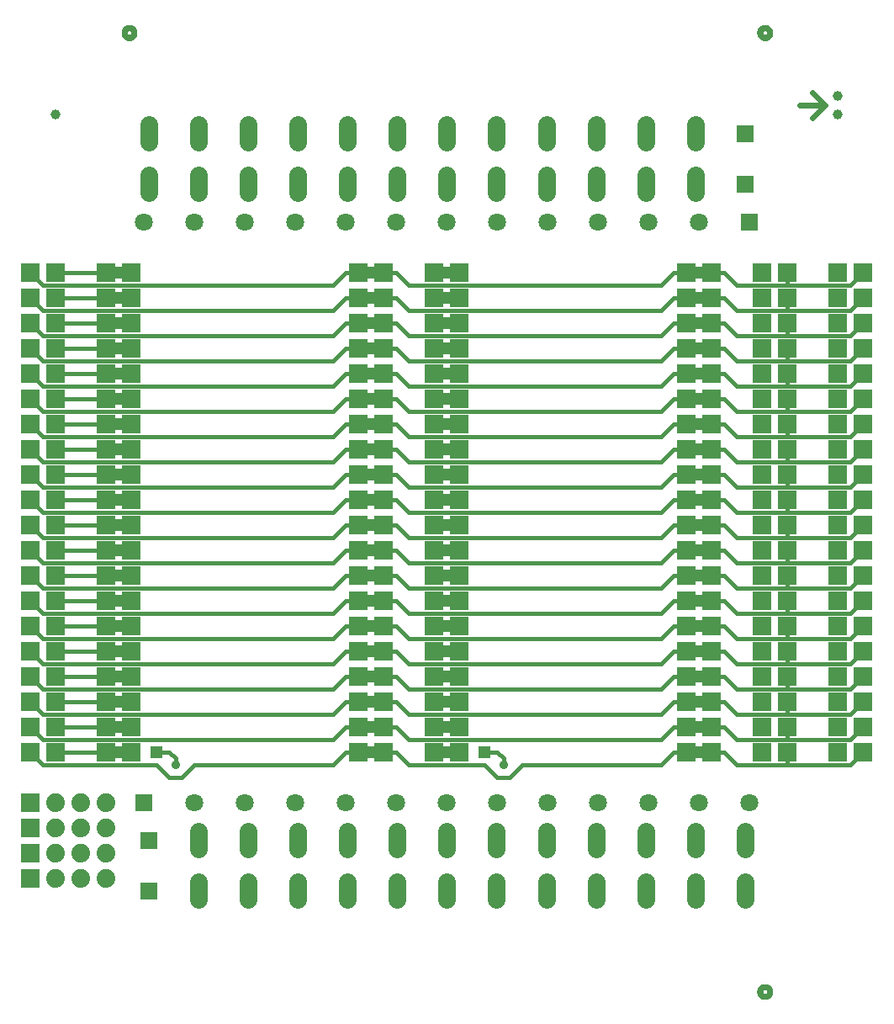
<source format=gtl>
G75*
%MOIN*%
%OFA0B0*%
%FSLAX25Y25*%
%IPPOS*%
%LPD*%
%AMOC8*
5,1,8,0,0,1.08239X$1,22.5*
%
%ADD10C,0.02400*%
%ADD11C,0.03937*%
%ADD12R,0.15000X0.05000*%
%ADD13R,0.05000X0.05000*%
%ADD14R,0.07400X0.07400*%
%ADD15C,0.07087*%
%ADD16R,0.07087X0.07087*%
%ADD17C,0.07087*%
%ADD18C,0.07400*%
%ADD19C,0.01600*%
%ADD20C,0.03543*%
D10*
X0307765Y0008690D02*
X0307767Y0008778D01*
X0307773Y0008866D01*
X0307783Y0008954D01*
X0307797Y0009042D01*
X0307814Y0009128D01*
X0307836Y0009214D01*
X0307861Y0009298D01*
X0307891Y0009382D01*
X0307923Y0009464D01*
X0307960Y0009544D01*
X0308000Y0009623D01*
X0308044Y0009700D01*
X0308091Y0009775D01*
X0308141Y0009847D01*
X0308195Y0009918D01*
X0308251Y0009985D01*
X0308311Y0010051D01*
X0308373Y0010113D01*
X0308439Y0010173D01*
X0308506Y0010229D01*
X0308577Y0010283D01*
X0308649Y0010333D01*
X0308724Y0010380D01*
X0308801Y0010424D01*
X0308880Y0010464D01*
X0308960Y0010501D01*
X0309042Y0010533D01*
X0309126Y0010563D01*
X0309210Y0010588D01*
X0309296Y0010610D01*
X0309382Y0010627D01*
X0309470Y0010641D01*
X0309558Y0010651D01*
X0309646Y0010657D01*
X0309734Y0010659D01*
X0309822Y0010657D01*
X0309910Y0010651D01*
X0309998Y0010641D01*
X0310086Y0010627D01*
X0310172Y0010610D01*
X0310258Y0010588D01*
X0310342Y0010563D01*
X0310426Y0010533D01*
X0310508Y0010501D01*
X0310588Y0010464D01*
X0310667Y0010424D01*
X0310744Y0010380D01*
X0310819Y0010333D01*
X0310891Y0010283D01*
X0310962Y0010229D01*
X0311029Y0010173D01*
X0311095Y0010113D01*
X0311157Y0010051D01*
X0311217Y0009985D01*
X0311273Y0009918D01*
X0311327Y0009847D01*
X0311377Y0009775D01*
X0311424Y0009700D01*
X0311468Y0009623D01*
X0311508Y0009544D01*
X0311545Y0009464D01*
X0311577Y0009382D01*
X0311607Y0009298D01*
X0311632Y0009214D01*
X0311654Y0009128D01*
X0311671Y0009042D01*
X0311685Y0008954D01*
X0311695Y0008866D01*
X0311701Y0008778D01*
X0311703Y0008690D01*
X0311701Y0008602D01*
X0311695Y0008514D01*
X0311685Y0008426D01*
X0311671Y0008338D01*
X0311654Y0008252D01*
X0311632Y0008166D01*
X0311607Y0008082D01*
X0311577Y0007998D01*
X0311545Y0007916D01*
X0311508Y0007836D01*
X0311468Y0007757D01*
X0311424Y0007680D01*
X0311377Y0007605D01*
X0311327Y0007533D01*
X0311273Y0007462D01*
X0311217Y0007395D01*
X0311157Y0007329D01*
X0311095Y0007267D01*
X0311029Y0007207D01*
X0310962Y0007151D01*
X0310891Y0007097D01*
X0310819Y0007047D01*
X0310744Y0007000D01*
X0310667Y0006956D01*
X0310588Y0006916D01*
X0310508Y0006879D01*
X0310426Y0006847D01*
X0310342Y0006817D01*
X0310258Y0006792D01*
X0310172Y0006770D01*
X0310086Y0006753D01*
X0309998Y0006739D01*
X0309910Y0006729D01*
X0309822Y0006723D01*
X0309734Y0006721D01*
X0309646Y0006723D01*
X0309558Y0006729D01*
X0309470Y0006739D01*
X0309382Y0006753D01*
X0309296Y0006770D01*
X0309210Y0006792D01*
X0309126Y0006817D01*
X0309042Y0006847D01*
X0308960Y0006879D01*
X0308880Y0006916D01*
X0308801Y0006956D01*
X0308724Y0007000D01*
X0308649Y0007047D01*
X0308577Y0007097D01*
X0308506Y0007151D01*
X0308439Y0007207D01*
X0308373Y0007267D01*
X0308311Y0007329D01*
X0308251Y0007395D01*
X0308195Y0007462D01*
X0308141Y0007533D01*
X0308091Y0007605D01*
X0308044Y0007680D01*
X0308000Y0007757D01*
X0307960Y0007836D01*
X0307923Y0007916D01*
X0307891Y0007998D01*
X0307861Y0008082D01*
X0307836Y0008166D01*
X0307814Y0008252D01*
X0307797Y0008338D01*
X0307783Y0008426D01*
X0307773Y0008514D01*
X0307767Y0008602D01*
X0307765Y0008690D01*
X0328750Y0354900D02*
X0333750Y0359900D01*
X0328750Y0364900D01*
X0323750Y0359900D02*
X0333750Y0359900D01*
X0307765Y0388611D02*
X0307767Y0388699D01*
X0307773Y0388787D01*
X0307783Y0388875D01*
X0307797Y0388963D01*
X0307814Y0389049D01*
X0307836Y0389135D01*
X0307861Y0389219D01*
X0307891Y0389303D01*
X0307923Y0389385D01*
X0307960Y0389465D01*
X0308000Y0389544D01*
X0308044Y0389621D01*
X0308091Y0389696D01*
X0308141Y0389768D01*
X0308195Y0389839D01*
X0308251Y0389906D01*
X0308311Y0389972D01*
X0308373Y0390034D01*
X0308439Y0390094D01*
X0308506Y0390150D01*
X0308577Y0390204D01*
X0308649Y0390254D01*
X0308724Y0390301D01*
X0308801Y0390345D01*
X0308880Y0390385D01*
X0308960Y0390422D01*
X0309042Y0390454D01*
X0309126Y0390484D01*
X0309210Y0390509D01*
X0309296Y0390531D01*
X0309382Y0390548D01*
X0309470Y0390562D01*
X0309558Y0390572D01*
X0309646Y0390578D01*
X0309734Y0390580D01*
X0309822Y0390578D01*
X0309910Y0390572D01*
X0309998Y0390562D01*
X0310086Y0390548D01*
X0310172Y0390531D01*
X0310258Y0390509D01*
X0310342Y0390484D01*
X0310426Y0390454D01*
X0310508Y0390422D01*
X0310588Y0390385D01*
X0310667Y0390345D01*
X0310744Y0390301D01*
X0310819Y0390254D01*
X0310891Y0390204D01*
X0310962Y0390150D01*
X0311029Y0390094D01*
X0311095Y0390034D01*
X0311157Y0389972D01*
X0311217Y0389906D01*
X0311273Y0389839D01*
X0311327Y0389768D01*
X0311377Y0389696D01*
X0311424Y0389621D01*
X0311468Y0389544D01*
X0311508Y0389465D01*
X0311545Y0389385D01*
X0311577Y0389303D01*
X0311607Y0389219D01*
X0311632Y0389135D01*
X0311654Y0389049D01*
X0311671Y0388963D01*
X0311685Y0388875D01*
X0311695Y0388787D01*
X0311701Y0388699D01*
X0311703Y0388611D01*
X0311701Y0388523D01*
X0311695Y0388435D01*
X0311685Y0388347D01*
X0311671Y0388259D01*
X0311654Y0388173D01*
X0311632Y0388087D01*
X0311607Y0388003D01*
X0311577Y0387919D01*
X0311545Y0387837D01*
X0311508Y0387757D01*
X0311468Y0387678D01*
X0311424Y0387601D01*
X0311377Y0387526D01*
X0311327Y0387454D01*
X0311273Y0387383D01*
X0311217Y0387316D01*
X0311157Y0387250D01*
X0311095Y0387188D01*
X0311029Y0387128D01*
X0310962Y0387072D01*
X0310891Y0387018D01*
X0310819Y0386968D01*
X0310744Y0386921D01*
X0310667Y0386877D01*
X0310588Y0386837D01*
X0310508Y0386800D01*
X0310426Y0386768D01*
X0310342Y0386738D01*
X0310258Y0386713D01*
X0310172Y0386691D01*
X0310086Y0386674D01*
X0309998Y0386660D01*
X0309910Y0386650D01*
X0309822Y0386644D01*
X0309734Y0386642D01*
X0309646Y0386644D01*
X0309558Y0386650D01*
X0309470Y0386660D01*
X0309382Y0386674D01*
X0309296Y0386691D01*
X0309210Y0386713D01*
X0309126Y0386738D01*
X0309042Y0386768D01*
X0308960Y0386800D01*
X0308880Y0386837D01*
X0308801Y0386877D01*
X0308724Y0386921D01*
X0308649Y0386968D01*
X0308577Y0387018D01*
X0308506Y0387072D01*
X0308439Y0387128D01*
X0308373Y0387188D01*
X0308311Y0387250D01*
X0308251Y0387316D01*
X0308195Y0387383D01*
X0308141Y0387454D01*
X0308091Y0387526D01*
X0308044Y0387601D01*
X0308000Y0387678D01*
X0307960Y0387757D01*
X0307923Y0387837D01*
X0307891Y0387919D01*
X0307861Y0388003D01*
X0307836Y0388087D01*
X0307814Y0388173D01*
X0307797Y0388259D01*
X0307783Y0388347D01*
X0307773Y0388435D01*
X0307767Y0388523D01*
X0307765Y0388611D01*
X0055796Y0388611D02*
X0055798Y0388699D01*
X0055804Y0388787D01*
X0055814Y0388875D01*
X0055828Y0388963D01*
X0055845Y0389049D01*
X0055867Y0389135D01*
X0055892Y0389219D01*
X0055922Y0389303D01*
X0055954Y0389385D01*
X0055991Y0389465D01*
X0056031Y0389544D01*
X0056075Y0389621D01*
X0056122Y0389696D01*
X0056172Y0389768D01*
X0056226Y0389839D01*
X0056282Y0389906D01*
X0056342Y0389972D01*
X0056404Y0390034D01*
X0056470Y0390094D01*
X0056537Y0390150D01*
X0056608Y0390204D01*
X0056680Y0390254D01*
X0056755Y0390301D01*
X0056832Y0390345D01*
X0056911Y0390385D01*
X0056991Y0390422D01*
X0057073Y0390454D01*
X0057157Y0390484D01*
X0057241Y0390509D01*
X0057327Y0390531D01*
X0057413Y0390548D01*
X0057501Y0390562D01*
X0057589Y0390572D01*
X0057677Y0390578D01*
X0057765Y0390580D01*
X0057853Y0390578D01*
X0057941Y0390572D01*
X0058029Y0390562D01*
X0058117Y0390548D01*
X0058203Y0390531D01*
X0058289Y0390509D01*
X0058373Y0390484D01*
X0058457Y0390454D01*
X0058539Y0390422D01*
X0058619Y0390385D01*
X0058698Y0390345D01*
X0058775Y0390301D01*
X0058850Y0390254D01*
X0058922Y0390204D01*
X0058993Y0390150D01*
X0059060Y0390094D01*
X0059126Y0390034D01*
X0059188Y0389972D01*
X0059248Y0389906D01*
X0059304Y0389839D01*
X0059358Y0389768D01*
X0059408Y0389696D01*
X0059455Y0389621D01*
X0059499Y0389544D01*
X0059539Y0389465D01*
X0059576Y0389385D01*
X0059608Y0389303D01*
X0059638Y0389219D01*
X0059663Y0389135D01*
X0059685Y0389049D01*
X0059702Y0388963D01*
X0059716Y0388875D01*
X0059726Y0388787D01*
X0059732Y0388699D01*
X0059734Y0388611D01*
X0059732Y0388523D01*
X0059726Y0388435D01*
X0059716Y0388347D01*
X0059702Y0388259D01*
X0059685Y0388173D01*
X0059663Y0388087D01*
X0059638Y0388003D01*
X0059608Y0387919D01*
X0059576Y0387837D01*
X0059539Y0387757D01*
X0059499Y0387678D01*
X0059455Y0387601D01*
X0059408Y0387526D01*
X0059358Y0387454D01*
X0059304Y0387383D01*
X0059248Y0387316D01*
X0059188Y0387250D01*
X0059126Y0387188D01*
X0059060Y0387128D01*
X0058993Y0387072D01*
X0058922Y0387018D01*
X0058850Y0386968D01*
X0058775Y0386921D01*
X0058698Y0386877D01*
X0058619Y0386837D01*
X0058539Y0386800D01*
X0058457Y0386768D01*
X0058373Y0386738D01*
X0058289Y0386713D01*
X0058203Y0386691D01*
X0058117Y0386674D01*
X0058029Y0386660D01*
X0057941Y0386650D01*
X0057853Y0386644D01*
X0057765Y0386642D01*
X0057677Y0386644D01*
X0057589Y0386650D01*
X0057501Y0386660D01*
X0057413Y0386674D01*
X0057327Y0386691D01*
X0057241Y0386713D01*
X0057157Y0386738D01*
X0057073Y0386768D01*
X0056991Y0386800D01*
X0056911Y0386837D01*
X0056832Y0386877D01*
X0056755Y0386921D01*
X0056680Y0386968D01*
X0056608Y0387018D01*
X0056537Y0387072D01*
X0056470Y0387128D01*
X0056404Y0387188D01*
X0056342Y0387250D01*
X0056282Y0387316D01*
X0056226Y0387383D01*
X0056172Y0387454D01*
X0056122Y0387526D01*
X0056075Y0387601D01*
X0056031Y0387678D01*
X0055991Y0387757D01*
X0055954Y0387837D01*
X0055922Y0387919D01*
X0055892Y0388003D01*
X0055867Y0388087D01*
X0055845Y0388173D01*
X0055828Y0388259D01*
X0055814Y0388347D01*
X0055804Y0388435D01*
X0055798Y0388523D01*
X0055796Y0388611D01*
D11*
X0028750Y0356150D03*
X0338750Y0356150D03*
X0338750Y0363650D03*
D12*
X0283750Y0293650D03*
X0283750Y0283650D03*
X0283750Y0273650D03*
X0283750Y0263650D03*
X0283750Y0253650D03*
X0283750Y0243650D03*
X0283750Y0233650D03*
X0283750Y0223650D03*
X0283750Y0213650D03*
X0283750Y0203650D03*
X0283750Y0193650D03*
X0283750Y0183650D03*
X0283750Y0173650D03*
X0283750Y0163650D03*
X0283750Y0153650D03*
X0283750Y0143650D03*
X0283750Y0133650D03*
X0283750Y0123650D03*
X0283750Y0113650D03*
X0283750Y0103650D03*
X0183750Y0103650D03*
X0183750Y0113650D03*
X0183750Y0123650D03*
X0183750Y0133650D03*
X0183750Y0143650D03*
X0183750Y0153650D03*
X0183750Y0163650D03*
X0183750Y0173650D03*
X0183750Y0183650D03*
X0183750Y0193650D03*
X0183750Y0203650D03*
X0183750Y0213650D03*
X0183750Y0223650D03*
X0183750Y0233650D03*
X0183750Y0243650D03*
X0183750Y0253650D03*
X0183750Y0263650D03*
X0183750Y0273650D03*
X0183750Y0283650D03*
X0183750Y0293650D03*
X0153750Y0293650D03*
X0153750Y0283650D03*
X0153750Y0273650D03*
X0153750Y0263650D03*
X0153750Y0253650D03*
X0153750Y0243650D03*
X0153750Y0233650D03*
X0153750Y0223650D03*
X0153750Y0213650D03*
X0153750Y0203650D03*
X0153750Y0193650D03*
X0153750Y0183650D03*
X0153750Y0173650D03*
X0153750Y0163650D03*
X0153750Y0153650D03*
X0153750Y0143650D03*
X0153750Y0133650D03*
X0153750Y0123650D03*
X0153750Y0113650D03*
X0153750Y0103650D03*
X0053750Y0103650D03*
X0053750Y0113650D03*
X0053750Y0123650D03*
X0053750Y0133650D03*
X0053750Y0143650D03*
X0053750Y0153650D03*
X0053750Y0163650D03*
X0053750Y0173650D03*
X0053750Y0183650D03*
X0053750Y0193650D03*
X0053750Y0203650D03*
X0053750Y0213650D03*
X0053750Y0223650D03*
X0053750Y0233650D03*
X0053750Y0243650D03*
X0053750Y0253650D03*
X0053750Y0263650D03*
X0053750Y0273650D03*
X0053750Y0283650D03*
X0053750Y0293650D03*
D13*
X0068750Y0103650D03*
X0198750Y0103650D03*
D14*
X0018750Y0053650D03*
X0018750Y0063650D03*
X0018750Y0073650D03*
X0018750Y0083650D03*
X0018750Y0103650D03*
X0028750Y0103650D03*
X0028750Y0113650D03*
X0018750Y0113650D03*
X0018750Y0123650D03*
X0028750Y0123650D03*
X0028750Y0133650D03*
X0018750Y0133650D03*
X0018750Y0143650D03*
X0028750Y0143650D03*
X0028750Y0153650D03*
X0018750Y0153650D03*
X0018750Y0163650D03*
X0028750Y0163650D03*
X0028750Y0173650D03*
X0018750Y0173650D03*
X0018750Y0183650D03*
X0028750Y0183650D03*
X0028750Y0193650D03*
X0018750Y0193650D03*
X0018750Y0203650D03*
X0028750Y0203650D03*
X0028750Y0213650D03*
X0018750Y0213650D03*
X0018750Y0223650D03*
X0028750Y0223650D03*
X0028750Y0233650D03*
X0018750Y0233650D03*
X0018750Y0243650D03*
X0028750Y0243650D03*
X0028750Y0253650D03*
X0018750Y0253650D03*
X0018750Y0263650D03*
X0028750Y0263650D03*
X0028750Y0273650D03*
X0018750Y0273650D03*
X0018750Y0283650D03*
X0028750Y0283650D03*
X0028750Y0293650D03*
X0018750Y0293650D03*
X0048750Y0293650D03*
X0048750Y0283650D03*
X0058750Y0283650D03*
X0058750Y0293650D03*
X0058750Y0273650D03*
X0058750Y0263650D03*
X0058750Y0253650D03*
X0058750Y0243650D03*
X0058750Y0233650D03*
X0058750Y0223650D03*
X0058750Y0213650D03*
X0058750Y0203650D03*
X0058750Y0193650D03*
X0058750Y0183650D03*
X0058750Y0173650D03*
X0058750Y0163650D03*
X0058750Y0153650D03*
X0058750Y0143650D03*
X0058750Y0133650D03*
X0058750Y0123650D03*
X0058750Y0113650D03*
X0058750Y0103650D03*
X0048750Y0103650D03*
X0048750Y0113650D03*
X0048750Y0123650D03*
X0048750Y0133650D03*
X0048750Y0143650D03*
X0048750Y0153650D03*
X0048750Y0163650D03*
X0048750Y0173650D03*
X0048750Y0183650D03*
X0048750Y0193650D03*
X0048750Y0203650D03*
X0048750Y0213650D03*
X0048750Y0223650D03*
X0048750Y0233650D03*
X0048750Y0243650D03*
X0048750Y0253650D03*
X0048750Y0263650D03*
X0048750Y0273650D03*
X0148750Y0273650D03*
X0148750Y0263650D03*
X0158750Y0263650D03*
X0158750Y0273650D03*
X0158750Y0283650D03*
X0158750Y0293650D03*
X0148750Y0293650D03*
X0148750Y0283650D03*
X0178750Y0283650D03*
X0178750Y0293650D03*
X0188750Y0293650D03*
X0188750Y0283650D03*
X0188750Y0273650D03*
X0188750Y0263650D03*
X0188750Y0253650D03*
X0188750Y0243650D03*
X0188750Y0233650D03*
X0188750Y0223650D03*
X0188750Y0213650D03*
X0188750Y0203650D03*
X0188750Y0193650D03*
X0188750Y0183650D03*
X0188750Y0173650D03*
X0188750Y0163650D03*
X0188750Y0153650D03*
X0188750Y0143650D03*
X0188750Y0133650D03*
X0188750Y0123650D03*
X0188750Y0113650D03*
X0188750Y0103650D03*
X0178750Y0103650D03*
X0178750Y0113650D03*
X0178750Y0123650D03*
X0178750Y0133650D03*
X0178750Y0143650D03*
X0178750Y0153650D03*
X0178750Y0163650D03*
X0178750Y0173650D03*
X0178750Y0183650D03*
X0178750Y0193650D03*
X0178750Y0203650D03*
X0178750Y0213650D03*
X0178750Y0223650D03*
X0178750Y0233650D03*
X0178750Y0243650D03*
X0178750Y0253650D03*
X0178750Y0263650D03*
X0178750Y0273650D03*
X0158750Y0253650D03*
X0158750Y0243650D03*
X0158750Y0233650D03*
X0158750Y0223650D03*
X0158750Y0213650D03*
X0158750Y0203650D03*
X0158750Y0193650D03*
X0158750Y0183650D03*
X0158750Y0173650D03*
X0158750Y0163650D03*
X0158750Y0153650D03*
X0158750Y0143650D03*
X0158750Y0133650D03*
X0158750Y0123650D03*
X0158750Y0113650D03*
X0158750Y0103650D03*
X0148750Y0103650D03*
X0148750Y0113650D03*
X0148750Y0123650D03*
X0148750Y0133650D03*
X0148750Y0143650D03*
X0148750Y0153650D03*
X0148750Y0163650D03*
X0148750Y0173650D03*
X0148750Y0183650D03*
X0148750Y0193650D03*
X0148750Y0203650D03*
X0148750Y0213650D03*
X0148750Y0223650D03*
X0148750Y0233650D03*
X0148750Y0243650D03*
X0148750Y0253650D03*
X0278750Y0253650D03*
X0278750Y0243650D03*
X0288750Y0243650D03*
X0288750Y0253650D03*
X0288750Y0263650D03*
X0288750Y0273650D03*
X0288750Y0283650D03*
X0288750Y0293650D03*
X0278750Y0293650D03*
X0278750Y0283650D03*
X0278750Y0273650D03*
X0278750Y0263650D03*
X0278750Y0233650D03*
X0278750Y0223650D03*
X0288750Y0223650D03*
X0288750Y0233650D03*
X0288750Y0213650D03*
X0288750Y0203650D03*
X0288750Y0193650D03*
X0288750Y0183650D03*
X0288750Y0173650D03*
X0288750Y0163650D03*
X0288750Y0153650D03*
X0288750Y0143650D03*
X0288750Y0133650D03*
X0288750Y0123650D03*
X0288750Y0113650D03*
X0288750Y0103650D03*
X0278750Y0103650D03*
X0278750Y0113650D03*
X0278750Y0123650D03*
X0278750Y0133650D03*
X0278750Y0143650D03*
X0278750Y0153650D03*
X0278750Y0163650D03*
X0278750Y0173650D03*
X0278750Y0183650D03*
X0278750Y0193650D03*
X0278750Y0203650D03*
X0278750Y0213650D03*
X0308750Y0213650D03*
X0318750Y0213650D03*
X0318750Y0203650D03*
X0308750Y0203650D03*
X0308750Y0193650D03*
X0318750Y0193650D03*
X0318750Y0183650D03*
X0308750Y0183650D03*
X0308750Y0173650D03*
X0318750Y0173650D03*
X0318750Y0163650D03*
X0308750Y0163650D03*
X0308750Y0153650D03*
X0318750Y0153650D03*
X0318750Y0143650D03*
X0308750Y0143650D03*
X0308750Y0133650D03*
X0318750Y0133650D03*
X0318750Y0123650D03*
X0308750Y0123650D03*
X0308750Y0113650D03*
X0318750Y0113650D03*
X0318750Y0103650D03*
X0308750Y0103650D03*
X0338750Y0103650D03*
X0338750Y0113650D03*
X0348750Y0113650D03*
X0348750Y0103650D03*
X0348750Y0123650D03*
X0348750Y0133650D03*
X0348750Y0143650D03*
X0348750Y0153650D03*
X0348750Y0163650D03*
X0348750Y0173650D03*
X0348750Y0183650D03*
X0348750Y0193650D03*
X0348750Y0203650D03*
X0348750Y0213650D03*
X0348750Y0223650D03*
X0348750Y0233650D03*
X0348750Y0243650D03*
X0348750Y0253650D03*
X0348750Y0263650D03*
X0348750Y0273650D03*
X0348750Y0283650D03*
X0348750Y0293650D03*
X0338750Y0293650D03*
X0338750Y0283650D03*
X0338750Y0273650D03*
X0338750Y0263650D03*
X0338750Y0253650D03*
X0338750Y0243650D03*
X0338750Y0233650D03*
X0338750Y0223650D03*
X0338750Y0213650D03*
X0338750Y0203650D03*
X0338750Y0193650D03*
X0338750Y0183650D03*
X0338750Y0173650D03*
X0338750Y0163650D03*
X0338750Y0153650D03*
X0338750Y0143650D03*
X0338750Y0133650D03*
X0338750Y0123650D03*
X0318750Y0223650D03*
X0318750Y0233650D03*
X0308750Y0233650D03*
X0308750Y0223650D03*
X0308750Y0243650D03*
X0318750Y0243650D03*
X0318750Y0253650D03*
X0308750Y0253650D03*
X0308750Y0263650D03*
X0318750Y0263650D03*
X0318750Y0273650D03*
X0308750Y0273650D03*
X0308750Y0283650D03*
X0318750Y0283650D03*
X0318750Y0293650D03*
X0308750Y0293650D03*
D15*
X0282175Y0325107D02*
X0282175Y0332194D01*
X0282175Y0345107D02*
X0282175Y0352194D01*
X0262490Y0352194D02*
X0262490Y0345107D01*
X0262490Y0332194D02*
X0262490Y0325107D01*
X0242805Y0325107D02*
X0242805Y0332194D01*
X0242805Y0345107D02*
X0242805Y0352194D01*
X0223120Y0352194D02*
X0223120Y0345107D01*
X0223120Y0332194D02*
X0223120Y0325107D01*
X0203435Y0325107D02*
X0203435Y0332194D01*
X0203435Y0345107D02*
X0203435Y0352194D01*
X0183750Y0352194D02*
X0183750Y0345107D01*
X0183750Y0332194D02*
X0183750Y0325107D01*
X0164064Y0325107D02*
X0164064Y0332194D01*
X0164064Y0345107D02*
X0164064Y0352194D01*
X0144379Y0352194D02*
X0144379Y0345107D01*
X0144379Y0332194D02*
X0144379Y0325107D01*
X0124694Y0325107D02*
X0124694Y0332194D01*
X0124694Y0345107D02*
X0124694Y0352194D01*
X0105009Y0352194D02*
X0105009Y0345107D01*
X0105009Y0332194D02*
X0105009Y0325107D01*
X0085324Y0325107D02*
X0085324Y0332194D01*
X0085324Y0345107D02*
X0085324Y0352194D01*
X0065639Y0352194D02*
X0065639Y0345107D01*
X0065639Y0332194D02*
X0065639Y0325107D01*
X0085324Y0072194D02*
X0085324Y0065107D01*
X0085324Y0052194D02*
X0085324Y0045107D01*
X0105009Y0045107D02*
X0105009Y0052194D01*
X0105009Y0065107D02*
X0105009Y0072194D01*
X0124694Y0072194D02*
X0124694Y0065107D01*
X0124694Y0052194D02*
X0124694Y0045107D01*
X0144379Y0045107D02*
X0144379Y0052194D01*
X0144379Y0065107D02*
X0144379Y0072194D01*
X0164064Y0072194D02*
X0164064Y0065107D01*
X0164064Y0052194D02*
X0164064Y0045107D01*
X0183750Y0045107D02*
X0183750Y0052194D01*
X0183750Y0065107D02*
X0183750Y0072194D01*
X0203435Y0072194D02*
X0203435Y0065107D01*
X0203435Y0052194D02*
X0203435Y0045107D01*
X0223120Y0045107D02*
X0223120Y0052194D01*
X0223120Y0065107D02*
X0223120Y0072194D01*
X0242805Y0072194D02*
X0242805Y0065107D01*
X0242805Y0052194D02*
X0242805Y0045107D01*
X0262490Y0045107D02*
X0262490Y0052194D01*
X0262490Y0065107D02*
X0262490Y0072194D01*
X0282175Y0072194D02*
X0282175Y0065107D01*
X0282175Y0052194D02*
X0282175Y0045107D01*
X0301860Y0045107D02*
X0301860Y0052194D01*
X0301860Y0065107D02*
X0301860Y0072194D01*
D16*
X0303750Y0313650D03*
X0301860Y0328650D03*
X0301860Y0348650D03*
X0063750Y0083650D03*
X0065639Y0068650D03*
X0065639Y0048650D03*
D17*
X0083750Y0083650D03*
X0103750Y0083650D03*
X0123750Y0083650D03*
X0143750Y0083650D03*
X0163750Y0083650D03*
X0183750Y0083650D03*
X0203750Y0083650D03*
X0223750Y0083650D03*
X0243750Y0083650D03*
X0263750Y0083650D03*
X0283750Y0083650D03*
X0303750Y0083650D03*
X0283750Y0313650D03*
X0263750Y0313650D03*
X0243750Y0313650D03*
X0223750Y0313650D03*
X0203750Y0313650D03*
X0183750Y0313650D03*
X0163750Y0313650D03*
X0143750Y0313650D03*
X0123750Y0313650D03*
X0103750Y0313650D03*
X0083750Y0313650D03*
X0063750Y0313650D03*
D18*
X0048750Y0083650D03*
X0048750Y0073650D03*
X0048750Y0063650D03*
X0048750Y0053650D03*
X0038750Y0053650D03*
X0038750Y0063650D03*
X0038750Y0073650D03*
X0038750Y0083650D03*
X0028750Y0083650D03*
X0028750Y0073650D03*
X0028750Y0063650D03*
X0028750Y0053650D03*
D19*
X0023750Y0098650D02*
X0068750Y0098650D01*
X0073750Y0093650D01*
X0078750Y0093650D01*
X0083750Y0098650D01*
X0138750Y0098650D01*
X0143750Y0103650D01*
X0148750Y0103650D01*
X0148750Y0113650D02*
X0143750Y0113650D01*
X0138750Y0108650D01*
X0023750Y0108650D01*
X0018750Y0113650D01*
X0023750Y0118650D02*
X0018750Y0123650D01*
X0023750Y0128650D02*
X0018750Y0133650D01*
X0023750Y0128650D02*
X0138750Y0128650D01*
X0143750Y0133650D01*
X0148750Y0133650D01*
X0153750Y0133650D01*
X0158750Y0133650D01*
X0163750Y0133650D01*
X0168750Y0128650D01*
X0268750Y0128650D01*
X0273750Y0133650D01*
X0278750Y0133650D01*
X0283750Y0133650D01*
X0288750Y0133650D01*
X0293750Y0133650D01*
X0298750Y0128650D01*
X0318750Y0128650D01*
X0318750Y0133650D01*
X0318750Y0128650D02*
X0343750Y0128650D01*
X0348750Y0133650D01*
X0343750Y0138650D02*
X0348750Y0143650D01*
X0343750Y0138650D02*
X0318750Y0138650D01*
X0318750Y0143650D01*
X0318750Y0148650D02*
X0318750Y0153650D01*
X0318750Y0148650D02*
X0343750Y0148650D01*
X0348750Y0153650D01*
X0343750Y0158650D02*
X0348750Y0163650D01*
X0343750Y0158650D02*
X0318750Y0158650D01*
X0318750Y0163650D01*
X0318750Y0168650D02*
X0318750Y0173650D01*
X0318750Y0168650D02*
X0343750Y0168650D01*
X0348750Y0173650D01*
X0343750Y0178650D02*
X0348750Y0183650D01*
X0343750Y0178650D02*
X0318750Y0178650D01*
X0318750Y0183650D01*
X0318750Y0188650D02*
X0318750Y0193650D01*
X0318750Y0188650D02*
X0343750Y0188650D01*
X0348750Y0193650D01*
X0343750Y0198650D02*
X0348750Y0203650D01*
X0343750Y0198650D02*
X0318750Y0198650D01*
X0318750Y0203650D01*
X0318750Y0198650D02*
X0298750Y0198650D01*
X0293750Y0203650D01*
X0288750Y0203650D01*
X0283750Y0203650D01*
X0278750Y0203650D01*
X0273750Y0203650D01*
X0268750Y0198650D01*
X0168750Y0198650D01*
X0163750Y0203650D01*
X0158750Y0203650D01*
X0153750Y0203650D01*
X0148750Y0203650D01*
X0143750Y0203650D01*
X0138750Y0198650D01*
X0023750Y0198650D01*
X0018750Y0203650D01*
X0023750Y0208650D02*
X0018750Y0213650D01*
X0023750Y0208650D02*
X0138750Y0208650D01*
X0143750Y0213650D01*
X0148750Y0213650D01*
X0153750Y0213650D01*
X0158750Y0213650D01*
X0163750Y0213650D01*
X0168750Y0208650D01*
X0268750Y0208650D01*
X0273750Y0213650D01*
X0278750Y0213650D01*
X0283750Y0213650D01*
X0288750Y0213650D01*
X0293750Y0213650D01*
X0298750Y0208650D01*
X0318750Y0208650D01*
X0318750Y0213650D01*
X0318750Y0208650D02*
X0343750Y0208650D01*
X0348750Y0213650D01*
X0343750Y0218650D02*
X0348750Y0223650D01*
X0343750Y0218650D02*
X0318750Y0218650D01*
X0318750Y0223650D01*
X0318750Y0218650D02*
X0298750Y0218650D01*
X0293750Y0223650D01*
X0288750Y0223650D01*
X0283750Y0223650D01*
X0278750Y0223650D01*
X0273750Y0223650D01*
X0268750Y0218650D01*
X0168750Y0218650D01*
X0163750Y0223650D01*
X0158750Y0223650D01*
X0153750Y0223650D01*
X0148750Y0223650D01*
X0143750Y0223650D01*
X0138750Y0218650D01*
X0023750Y0218650D01*
X0018750Y0223650D01*
X0023750Y0228650D02*
X0018750Y0233650D01*
X0023750Y0228650D02*
X0138750Y0228650D01*
X0143750Y0233650D01*
X0148750Y0233650D01*
X0153750Y0233650D01*
X0158750Y0233650D01*
X0163750Y0233650D01*
X0168750Y0228650D01*
X0268750Y0228650D01*
X0273750Y0233650D01*
X0278750Y0233650D01*
X0283750Y0233650D01*
X0288750Y0233650D01*
X0293750Y0233650D01*
X0298750Y0228650D01*
X0318750Y0228650D01*
X0318750Y0233650D01*
X0318750Y0228650D02*
X0343750Y0228650D01*
X0348750Y0233650D01*
X0343750Y0238650D02*
X0348750Y0243650D01*
X0343750Y0238650D02*
X0318750Y0238650D01*
X0318750Y0243650D01*
X0318750Y0238650D02*
X0298750Y0238650D01*
X0293750Y0243650D01*
X0288750Y0243650D01*
X0283750Y0243650D01*
X0278750Y0243650D01*
X0273750Y0243650D01*
X0268750Y0238650D01*
X0168750Y0238650D01*
X0163750Y0243650D01*
X0158750Y0243650D01*
X0153750Y0243650D01*
X0148750Y0243650D01*
X0143750Y0243650D01*
X0138750Y0238650D01*
X0023750Y0238650D01*
X0018750Y0243650D01*
X0023750Y0248650D02*
X0018750Y0253650D01*
X0023750Y0248650D02*
X0138750Y0248650D01*
X0143750Y0253650D01*
X0148750Y0253650D01*
X0153750Y0253650D01*
X0158750Y0253650D01*
X0163750Y0253650D01*
X0168750Y0248650D01*
X0268750Y0248650D01*
X0273750Y0253650D01*
X0278750Y0253650D01*
X0283750Y0253650D01*
X0288750Y0253650D01*
X0293750Y0253650D01*
X0298750Y0248650D01*
X0318750Y0248650D01*
X0318750Y0253650D01*
X0318750Y0248650D02*
X0343750Y0248650D01*
X0348750Y0253650D01*
X0343750Y0258650D02*
X0348750Y0263650D01*
X0343750Y0258650D02*
X0318750Y0258650D01*
X0318750Y0263650D01*
X0318750Y0258650D02*
X0298750Y0258650D01*
X0293750Y0263650D01*
X0288750Y0263650D01*
X0283750Y0263650D01*
X0278750Y0263650D01*
X0273750Y0263650D01*
X0268750Y0258650D01*
X0168750Y0258650D01*
X0163750Y0263650D01*
X0158750Y0263650D01*
X0153750Y0263650D01*
X0148750Y0263650D01*
X0143750Y0263650D01*
X0138750Y0258650D01*
X0023750Y0258650D01*
X0018750Y0263650D01*
X0023750Y0268650D02*
X0018750Y0273650D01*
X0023750Y0268650D02*
X0138750Y0268650D01*
X0143750Y0273650D01*
X0148750Y0273650D01*
X0153750Y0273650D01*
X0158750Y0273650D01*
X0163750Y0273650D01*
X0168750Y0268650D01*
X0268750Y0268650D01*
X0273750Y0273650D01*
X0278750Y0273650D01*
X0283750Y0273650D01*
X0288750Y0273650D01*
X0293750Y0273650D01*
X0298750Y0268650D01*
X0318750Y0268650D01*
X0318750Y0273650D01*
X0318750Y0268650D02*
X0343750Y0268650D01*
X0348750Y0273650D01*
X0343750Y0278650D02*
X0348750Y0283650D01*
X0343750Y0278650D02*
X0318750Y0278650D01*
X0318750Y0283650D01*
X0318750Y0278650D02*
X0298750Y0278650D01*
X0293750Y0283650D01*
X0288750Y0283650D01*
X0283750Y0283650D01*
X0288750Y0283650D01*
X0283750Y0283650D02*
X0278750Y0283650D01*
X0273750Y0283650D01*
X0268750Y0278650D01*
X0168750Y0278650D01*
X0163750Y0283650D01*
X0158750Y0283650D01*
X0153750Y0283650D01*
X0148750Y0283650D01*
X0143750Y0283650D01*
X0138750Y0278650D01*
X0023750Y0278650D01*
X0018750Y0283650D01*
X0023750Y0288650D02*
X0018750Y0293650D01*
X0023750Y0288650D02*
X0138750Y0288650D01*
X0143750Y0293650D01*
X0148750Y0293650D01*
X0158750Y0293650D02*
X0163750Y0293650D01*
X0168750Y0288650D01*
X0268750Y0288650D01*
X0273750Y0293650D01*
X0278750Y0293650D01*
X0288750Y0293650D02*
X0293750Y0293650D01*
X0298750Y0288650D01*
X0318750Y0288650D01*
X0318750Y0293650D01*
X0318750Y0288650D02*
X0343750Y0288650D01*
X0348750Y0293650D01*
X0293750Y0193650D02*
X0288750Y0193650D01*
X0283750Y0193650D01*
X0278750Y0193650D01*
X0273750Y0193650D01*
X0268750Y0188650D01*
X0168750Y0188650D01*
X0163750Y0193650D01*
X0158750Y0193650D01*
X0153750Y0193650D01*
X0148750Y0193650D01*
X0143750Y0193650D01*
X0138750Y0188650D01*
X0023750Y0188650D01*
X0018750Y0193650D01*
X0028750Y0193650D02*
X0048750Y0193650D01*
X0048750Y0183650D02*
X0053750Y0183650D01*
X0058750Y0183650D01*
X0058750Y0173650D02*
X0053750Y0173650D01*
X0048750Y0173650D01*
X0028750Y0173650D01*
X0023750Y0168650D02*
X0018750Y0173650D01*
X0023750Y0168650D02*
X0138750Y0168650D01*
X0143750Y0173650D01*
X0148750Y0173650D01*
X0153750Y0173650D01*
X0158750Y0173650D01*
X0163750Y0173650D01*
X0168750Y0168650D01*
X0268750Y0168650D01*
X0273750Y0173650D01*
X0278750Y0173650D01*
X0283750Y0173650D01*
X0288750Y0173650D01*
X0293750Y0173650D01*
X0298750Y0168650D01*
X0318750Y0168650D01*
X0318750Y0178650D02*
X0298750Y0178650D01*
X0293750Y0183650D01*
X0288750Y0183650D01*
X0283750Y0183650D01*
X0278750Y0183650D01*
X0273750Y0183650D01*
X0268750Y0178650D01*
X0168750Y0178650D01*
X0163750Y0183650D01*
X0158750Y0183650D01*
X0153750Y0183650D01*
X0148750Y0183650D01*
X0143750Y0183650D01*
X0138750Y0178650D01*
X0023750Y0178650D01*
X0018750Y0183650D01*
X0028750Y0183650D02*
X0048750Y0183650D01*
X0048750Y0163650D02*
X0053750Y0163650D01*
X0058750Y0163650D01*
X0058750Y0153650D02*
X0053750Y0153650D01*
X0048750Y0153650D01*
X0028750Y0153650D01*
X0023750Y0148650D02*
X0018750Y0153650D01*
X0023750Y0148650D02*
X0138750Y0148650D01*
X0143750Y0153650D01*
X0148750Y0153650D01*
X0153750Y0153650D01*
X0158750Y0153650D01*
X0163750Y0153650D01*
X0168750Y0148650D01*
X0268750Y0148650D01*
X0273750Y0153650D01*
X0278750Y0153650D01*
X0283750Y0153650D01*
X0288750Y0153650D01*
X0293750Y0153650D01*
X0298750Y0148650D01*
X0318750Y0148650D01*
X0318750Y0158650D02*
X0298750Y0158650D01*
X0293750Y0163650D01*
X0288750Y0163650D01*
X0283750Y0163650D01*
X0278750Y0163650D01*
X0273750Y0163650D01*
X0268750Y0158650D01*
X0168750Y0158650D01*
X0163750Y0163650D01*
X0158750Y0163650D01*
X0153750Y0163650D01*
X0148750Y0163650D01*
X0143750Y0163650D01*
X0138750Y0158650D01*
X0023750Y0158650D01*
X0018750Y0163650D01*
X0028750Y0163650D02*
X0048750Y0163650D01*
X0048750Y0143650D02*
X0028750Y0143650D01*
X0023750Y0138650D02*
X0018750Y0143650D01*
X0023750Y0138650D02*
X0138750Y0138650D01*
X0143750Y0143650D01*
X0148750Y0143650D01*
X0158750Y0143650D02*
X0163750Y0143650D01*
X0168750Y0138650D01*
X0268750Y0138650D01*
X0273750Y0143650D01*
X0278750Y0143650D01*
X0288750Y0143650D02*
X0293750Y0143650D01*
X0298750Y0138650D01*
X0318750Y0138650D01*
X0318750Y0123650D02*
X0318750Y0118650D01*
X0343750Y0118650D01*
X0348750Y0123650D01*
X0348750Y0113650D02*
X0343750Y0108650D01*
X0318750Y0108650D01*
X0318750Y0113650D01*
X0318750Y0108650D02*
X0298750Y0108650D01*
X0293750Y0113650D01*
X0288750Y0113650D01*
X0283750Y0113650D01*
X0278750Y0113650D01*
X0273750Y0113650D01*
X0268750Y0108650D01*
X0168750Y0108650D01*
X0163750Y0113650D01*
X0158750Y0113650D01*
X0153750Y0113650D01*
X0148750Y0113650D01*
X0148750Y0123650D02*
X0143750Y0123650D01*
X0138750Y0118650D01*
X0023750Y0118650D01*
X0028750Y0113650D02*
X0048750Y0113650D01*
X0053750Y0113650D01*
X0058750Y0113650D01*
X0058750Y0103650D02*
X0053750Y0103650D01*
X0048750Y0103650D01*
X0028750Y0103650D01*
X0023750Y0098650D02*
X0018750Y0103650D01*
X0028750Y0123650D02*
X0048750Y0123650D01*
X0053750Y0123650D01*
X0058750Y0123650D01*
X0058750Y0133650D02*
X0053750Y0133650D01*
X0048750Y0133650D01*
X0028750Y0133650D01*
X0068750Y0103650D02*
X0073750Y0103650D01*
X0076250Y0101150D01*
X0076250Y0098650D01*
X0148750Y0123650D02*
X0153750Y0123650D01*
X0158750Y0123650D01*
X0163750Y0123650D01*
X0168750Y0118650D01*
X0268750Y0118650D01*
X0273750Y0123650D01*
X0278750Y0123650D01*
X0283750Y0123650D01*
X0288750Y0123650D01*
X0293750Y0123650D01*
X0298750Y0118650D01*
X0318750Y0118650D01*
X0318750Y0103650D02*
X0318750Y0098650D01*
X0343750Y0098650D01*
X0348750Y0103650D01*
X0318750Y0098650D02*
X0298750Y0098650D01*
X0293750Y0103650D01*
X0288750Y0103650D01*
X0278750Y0103650D02*
X0273750Y0103650D01*
X0268750Y0098650D01*
X0213750Y0098650D01*
X0208750Y0093650D01*
X0203750Y0093650D01*
X0198750Y0098650D01*
X0168750Y0098650D01*
X0163750Y0103650D01*
X0158750Y0103650D01*
X0178750Y0103650D02*
X0183750Y0103650D01*
X0188750Y0103650D01*
X0188750Y0113650D02*
X0183750Y0113650D01*
X0178750Y0113650D01*
X0178750Y0123650D02*
X0183750Y0123650D01*
X0188750Y0123650D01*
X0188750Y0133650D02*
X0183750Y0133650D01*
X0178750Y0133650D01*
X0178750Y0153650D02*
X0183750Y0153650D01*
X0188750Y0153650D01*
X0188750Y0163650D02*
X0183750Y0163650D01*
X0178750Y0163650D01*
X0178750Y0173650D02*
X0183750Y0173650D01*
X0188750Y0173650D01*
X0188750Y0183650D02*
X0183750Y0183650D01*
X0178750Y0183650D01*
X0178750Y0203650D02*
X0183750Y0203650D01*
X0188750Y0203650D01*
X0188750Y0213650D02*
X0183750Y0213650D01*
X0178750Y0213650D01*
X0178750Y0223650D02*
X0183750Y0223650D01*
X0188750Y0223650D01*
X0188750Y0273650D02*
X0183750Y0273650D01*
X0178750Y0273650D01*
X0178750Y0283650D02*
X0183750Y0283650D01*
X0188750Y0283650D01*
X0183750Y0283650D02*
X0178750Y0283650D01*
X0178750Y0293650D02*
X0183750Y0293650D01*
X0188750Y0293650D01*
X0183750Y0293650D02*
X0178750Y0293650D01*
X0058750Y0293650D02*
X0053750Y0293650D01*
X0048750Y0293650D01*
X0028750Y0293650D01*
X0028750Y0283650D02*
X0048750Y0283650D01*
X0053750Y0283650D01*
X0058750Y0283650D01*
X0053750Y0283650D02*
X0048750Y0283650D01*
X0048750Y0273650D02*
X0053750Y0273650D01*
X0058750Y0273650D01*
X0053750Y0273650D02*
X0048750Y0273650D01*
X0028750Y0273650D01*
X0028750Y0263650D02*
X0048750Y0263650D01*
X0048750Y0253650D02*
X0028750Y0253650D01*
X0028750Y0243650D02*
X0048750Y0243650D01*
X0048750Y0233650D02*
X0028750Y0233650D01*
X0028750Y0223650D02*
X0048750Y0223650D01*
X0053750Y0223650D01*
X0058750Y0223650D01*
X0058750Y0213650D02*
X0053750Y0213650D01*
X0048750Y0213650D01*
X0028750Y0213650D01*
X0028750Y0203650D02*
X0048750Y0203650D01*
X0053750Y0203650D01*
X0058750Y0203650D01*
X0198750Y0103650D02*
X0203750Y0103650D01*
X0206250Y0101150D01*
X0206250Y0098650D01*
X0298750Y0188650D02*
X0293750Y0193650D01*
X0298750Y0188650D02*
X0318750Y0188650D01*
D20*
X0206250Y0098650D03*
X0076250Y0098650D03*
M02*

</source>
